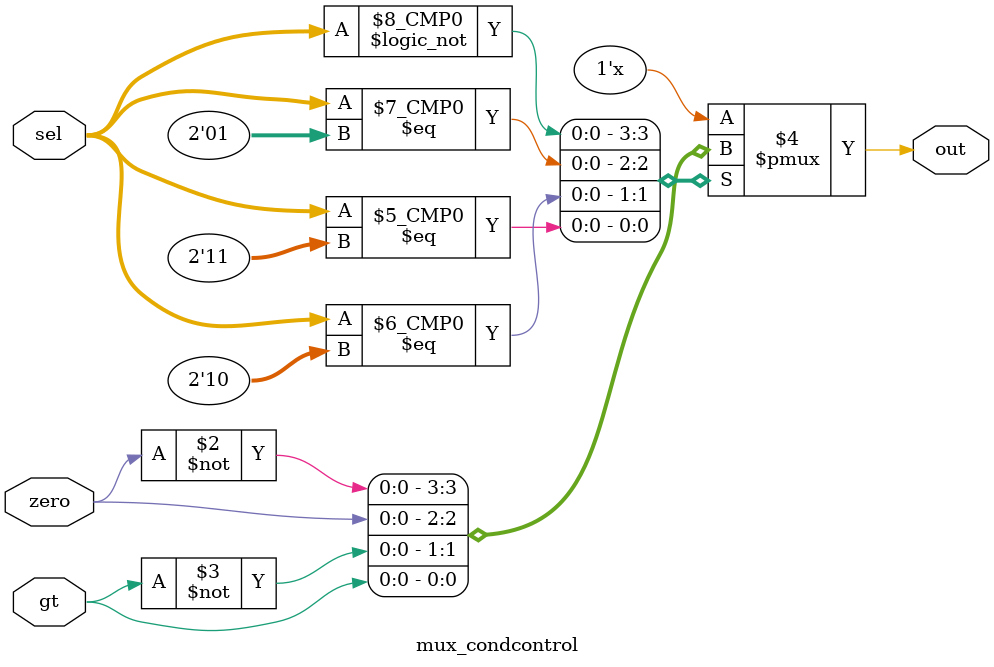
<source format=v>
module mux_condcontrol(input wire zero,
                      input wire gt,
                      input wire [1:0] sel,
                      output reg out
                      );
  
  always@(*) begin
    case (sel)
      2'b00: out = ~zero;
      2'b01: out = zero;
      2'b10: out = ~gt;
      2'b11: out = gt;
    endcase
  end

endmodule
</source>
